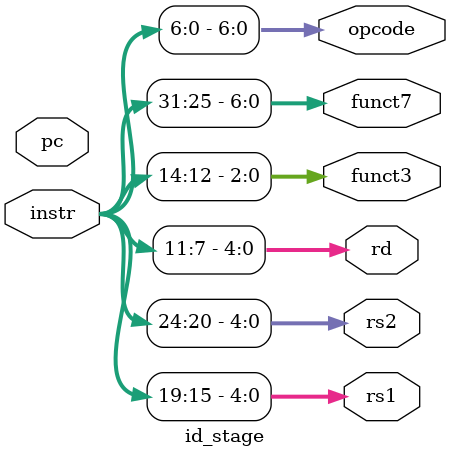
<source format=v>
module id_stage (
  input [31:0] instr,
  input [31:0] pc,
  output [4:0] rs1, rs2, rd,
  output [2:0] funct3,
  output [6:0] funct7,
  output [6:0] opcode
);
  assign opcode = instr[6:0];
  assign rd     = instr[11:7];
  assign funct3 = instr[14:12];
  assign rs1    = instr[19:15];
  assign rs2    = instr[24:20];
  assign funct7 = instr[31:25];
endmodule

</source>
